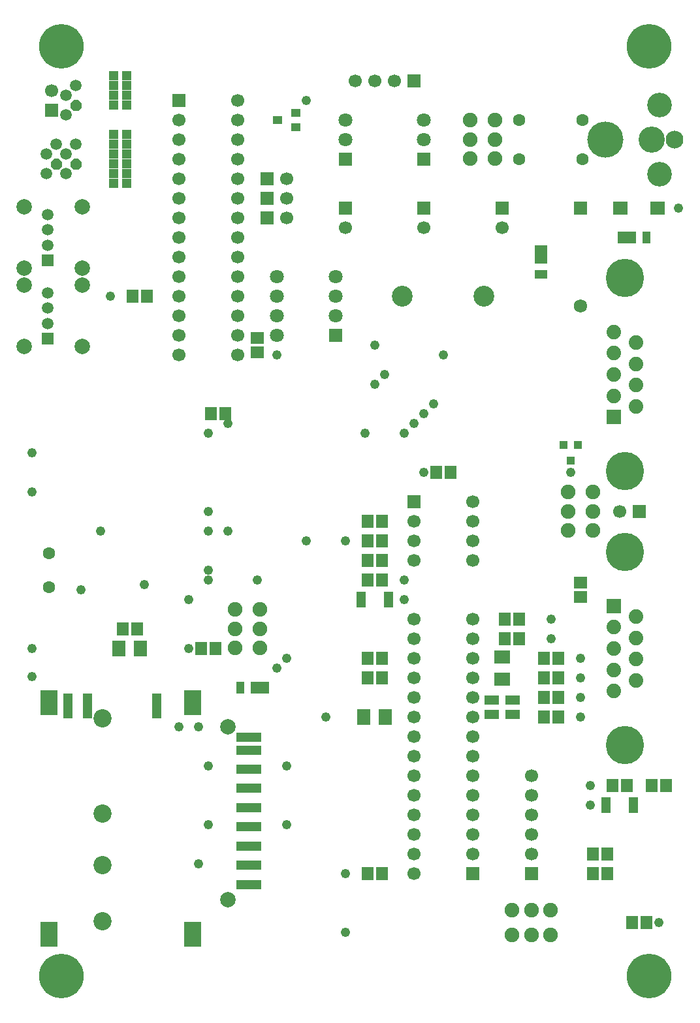
<source format=gbr>
G04 DipTrace 2.1.0.5*
%INTop Mask.gbr*%
%MOIN*%
%ADD10C,0.0098*%
%ADD11C,0.0055*%
%ADD12C,0.003*%
%ADD13C,0.05*%
%ADD14C,0.025*%
%ADD15C,0.0125*%
%ADD16C,0.02*%
%ADD17C,0.1*%
%ADD18C,0.01*%
%ADD19C,0.0013*%
%ADD20C,0.15*%
%ADD21C,0.0039*%
%ADD22R,0.0591X0.0591*%
%ADD23C,0.0591*%
%ADD24R,0.0512X0.0591*%
%ADD25R,0.0591X0.0512*%
%ADD26R,0.063X0.0709*%
%ADD27C,0.0984*%
%ADD28R,0.0665X0.0665*%
%ADD29C,0.0665*%
%ADD30C,0.1874*%
%ADD31R,0.0394X0.0748*%
%ADD32R,0.0866X0.0551*%
%ADD33R,0.0354X0.0551*%
%ADD34C,0.0591*%
%ADD35C,0.0512*%
%ADD36R,0.0886X0.0197*%
%ADD37R,0.1378X0.0807*%
%ADD38R,0.1535X0.0807*%
%ADD39C,0.0551*%
%ADD40R,0.1181X0.0433*%
%ADD41R,0.0787X0.1181*%
%ADD42R,0.0394X0.1181*%
%ADD43C,0.0709*%
%ADD44R,0.165X0.0701*%
%ADD45R,0.1732X0.1358*%
%ADD46C,0.085*%
%ADD47C,0.0079*%
%ADD48R,0.063X0.063*%
%ADD49C,0.063*%
%ADD50C,0.22*%
%ADD51R,0.0374X0.0354*%
%ADD52R,0.0433X0.0394*%
%ADD53C,0.06*%
%ADD54R,0.0512X0.0512*%
%ADD55C,0.0709*%
%ADD56R,0.0748X0.0591*%
%ADD57C,0.063*%
%ADD58C,0.0669*%
%ADD59R,0.0315X0.0512*%
%ADD60R,0.0512X0.0315*%
%ADD61R,0.0512X0.0236*%
%ADD62C,0.0142*%
%ADD63R,0.0315X0.0217*%
%ADD64R,0.0138X0.0571*%
%ADD65R,0.0315X0.0354*%
%ADD66R,0.0669X0.0598*%
%ADD67C,0.0827*%
%ADD68C,0.1181*%
%ADD69C,0.126*%
%ADD70C,0.1772*%
%ADD71R,0.0669X0.0394*%
%ADD72C,0.04*%
%ADD73C,0.0191*%
%ADD74C,0.0394*%
%ADD75C,0.0429*%
%ADD76C,0.1283*%
%ADD77C,0.0354*%
%ADD78C,0.0469*%
%ADD79C,0.13*%
%ADD80C,0.038*%
%ADD81C,0.0315*%
%ADD82C,0.0276*%
%ADD83C,0.0906*%
%ADD84C,0.1181*%
%ADD85C,0.0479*%
%ADD86C,0.0321*%
%ADD87R,0.0748X0.0472*%
%ADD88R,0.0591X0.0315*%
%ADD89C,0.185*%
%ADD90C,0.1693*%
%ADD91C,0.1339*%
%ADD92C,0.1102*%
%ADD93C,0.0906*%
%ADD94C,0.0748*%
%ADD95R,0.0748X0.0677*%
%ADD96R,0.0591X0.052*%
%ADD97R,0.0394X0.0433*%
%ADD98R,0.0236X0.0276*%
%ADD99R,0.0217X0.065*%
%ADD100R,0.0059X0.0492*%
%ADD101R,0.0394X0.0295*%
%ADD102R,0.0236X0.0138*%
%ADD103R,0.0433X0.0157*%
%ADD104R,0.0591X0.0394*%
%ADD105R,0.0433X0.0236*%
%ADD106R,0.0394X0.0591*%
%ADD107R,0.0236X0.0433*%
%ADD108C,0.0748*%
%ADD109C,0.0551*%
%ADD110R,0.0827X0.0669*%
%ADD111R,0.0669X0.0512*%
%ADD112C,0.0787*%
%ADD113R,0.0433X0.0433*%
%ADD114C,0.0679*%
%ADD115C,0.0521*%
%ADD116R,0.0512X0.0472*%
%ADD117R,0.0354X0.0315*%
%ADD118R,0.0453X0.0433*%
%ADD119R,0.0295X0.0276*%
%ADD120C,0.2279*%
%ADD121C,0.2121*%
%ADD122R,0.0709X0.0709*%
%ADD123R,0.0551X0.0551*%
%ADD124C,0.0929*%
%ADD125C,0.0772*%
%ADD126R,0.1811X0.1437*%
%ADD127R,0.1654X0.128*%
%ADD128R,0.1728X0.078*%
%ADD129R,0.1571X0.0622*%
%ADD130C,0.0787*%
%ADD131R,0.0472X0.126*%
%ADD132R,0.0315X0.1102*%
%ADD133R,0.0866X0.126*%
%ADD134R,0.0709X0.1102*%
%ADD135R,0.126X0.0512*%
%ADD136R,0.1102X0.0354*%
%ADD137C,0.0472*%
%ADD138R,0.1614X0.0886*%
%ADD139R,0.1457X0.0728*%
%ADD140R,0.1457X0.0886*%
%ADD141R,0.1299X0.0728*%
%ADD142R,0.0965X0.0276*%
%ADD143R,0.0807X0.0118*%
%ADD144C,0.0433*%
%ADD145C,0.0669*%
%ADD146C,0.0512*%
%ADD147R,0.0433X0.063*%
%ADD148R,0.0276X0.0472*%
%ADD149R,0.0945X0.063*%
%ADD150R,0.0787X0.0472*%
%ADD151R,0.0472X0.0827*%
%ADD152R,0.0315X0.0669*%
%ADD153C,0.1953*%
%ADD154C,0.1795*%
%ADD155C,0.0744*%
%ADD156C,0.0587*%
%ADD157R,0.0744X0.0744*%
%ADD158R,0.0587X0.0587*%
%ADD159C,0.1063*%
%ADD160R,0.0709X0.0787*%
%ADD161R,0.0551X0.063*%
%ADD162R,0.0669X0.0591*%
%ADD163R,0.0512X0.0433*%
%ADD164R,0.0591X0.0669*%
%ADD165R,0.0433X0.0512*%
%ADD166R,0.0669X0.0669*%
%ADD167C,0.0093*%
%ADD168C,0.0077*%
%ADD169C,0.0154*%
%ADD170C,0.0124*%
%FSLAX44Y44*%
%SFA1B1*%
%OFA0B0*%
G04*
G70*
G90*
G75*
G01*
%LNTopMask*%
%LPD*%
D85*
X10000Y24000D3*
Y21500D3*
X12500D3*
X9500Y7000D3*
X1000Y16567D3*
Y28000D3*
Y18000D3*
Y26000D3*
X4500Y24000D3*
X9000Y20500D3*
X10000Y29000D3*
X4500Y24000D3*
X11000D3*
X9000Y20500D3*
X18000Y29000D3*
X22000Y33000D3*
X17000Y23500D3*
X15000D3*
X29000Y17500D3*
Y16500D3*
Y15500D3*
Y14500D3*
X16000D3*
X5000Y36000D3*
X34000Y40500D3*
X28500Y27000D3*
X20000Y21500D3*
Y20500D3*
X21000Y27000D3*
X14000Y9000D3*
X17000Y6500D3*
X14000Y12000D3*
X10000D3*
Y9000D3*
X17000Y3500D3*
Y6500D3*
X15000Y46000D3*
X9000Y18000D3*
X29500Y10000D3*
Y11000D3*
X27500Y18500D3*
Y19500D3*
X13500Y33000D3*
X33000Y4000D3*
X20000Y29000D3*
X3500Y21000D3*
X10000Y25000D3*
Y22000D3*
X21500Y30500D3*
X18500Y33500D3*
X11000Y29500D3*
X6750Y21250D3*
X11000Y29500D3*
X20500D3*
X18500Y31500D3*
X8500Y14000D3*
X13500Y17000D3*
X9500Y14000D3*
X14000Y17500D3*
X21000Y30000D3*
X19000Y32000D3*
D166*
X17000Y40492D3*
D58*
Y39508D3*
D166*
X21000Y40492D3*
D58*
Y39508D3*
D166*
X25000Y40492D3*
D58*
Y39508D3*
D164*
X27874Y16500D3*
X27126D3*
X27874Y17500D3*
X27126D3*
X32374Y4000D3*
X31626D3*
X5626Y19000D3*
X6374D3*
X27874Y14500D3*
X27126D3*
X27874Y15500D3*
X27126D3*
X18126Y6500D3*
X18874D3*
X25874Y18500D3*
X25126D3*
D160*
X17949Y14500D3*
X19051D3*
D164*
X25874Y19500D3*
X25126D3*
D162*
X12500Y33126D3*
Y33874D3*
D164*
X6126Y36000D3*
X6874D3*
D159*
X24087D3*
X19913D3*
D160*
X5449Y18000D3*
X6551D3*
D157*
X30711Y20181D3*
D155*
Y19091D3*
Y18000D3*
Y16909D3*
Y15819D3*
X31829Y19636D3*
Y18545D3*
Y17455D3*
Y16364D3*
D153*
X31270Y22919D3*
Y13081D3*
D157*
X30711Y29819D3*
D155*
Y30909D3*
Y32000D3*
Y33091D3*
Y34181D3*
X31829Y30364D3*
Y31455D3*
Y32545D3*
Y33636D3*
D153*
X31270Y36919D3*
Y27081D3*
D151*
X19209Y20500D3*
X17791D3*
X30291Y10000D3*
X31709D3*
D149*
X12630Y16000D3*
D147*
X11626D3*
G36*
X26685Y37657D2*
Y38602D1*
X27315D1*
Y37657D1*
X26685D1*
G37*
G36*
Y36909D2*
Y37343D1*
X27315D1*
Y36909D1*
X26685D1*
G37*
D149*
X31370Y39000D3*
D147*
X32374D3*
D166*
X2000Y45500D3*
D145*
Y46500D3*
D23*
X2750Y45250D3*
G36*
X3526Y45865D2*
Y45636D1*
X3364Y45475D1*
X3136D1*
X2974Y45636D1*
Y45865D1*
X3136Y46026D1*
X3364D1*
X3526Y45865D1*
G37*
D23*
X2750Y46250D3*
X3250Y46750D3*
X2750Y42250D3*
G36*
X3526Y42865D2*
Y42636D1*
X3364Y42475D1*
X3136D1*
X2974Y42636D1*
Y42865D1*
X3136Y43026D1*
X3364D1*
X3526Y42865D1*
G37*
D23*
X2750Y43250D3*
X3250Y43750D3*
X1750Y42250D3*
G36*
X2526Y42865D2*
Y42636D1*
X2364Y42475D1*
X2136D1*
X1974Y42636D1*
Y42865D1*
X2136Y43026D1*
X2364D1*
X2526Y42865D1*
G37*
D23*
X1750Y43250D3*
X2250Y43750D3*
D49*
X1875Y21134D3*
Y22866D3*
D135*
X12063Y13469D3*
Y12799D3*
Y11844D3*
Y10860D3*
Y9876D3*
Y8892D3*
Y7907D3*
Y6923D3*
Y5939D3*
D133*
X9209Y15220D3*
Y3409D3*
D131*
X7378Y15063D3*
X3854D3*
X2831D3*
D133*
X1866Y15220D3*
Y3409D3*
D130*
X11000Y14000D3*
Y5181D3*
D124*
X4602Y6949D3*
Y4051D3*
Y14449D3*
Y9551D3*
D166*
X13000Y40000D3*
D58*
X14000D3*
D166*
X26500Y6500D3*
D58*
Y7500D3*
Y8500D3*
Y9500D3*
Y10500D3*
Y11500D3*
D166*
X13000Y41000D3*
D58*
X14000D3*
D166*
X13000Y42000D3*
D58*
X14000D3*
D122*
X21000Y43000D3*
D43*
Y44000D3*
Y45000D3*
D122*
X17000Y43000D3*
D43*
Y44000D3*
Y45000D3*
D166*
X20500Y25500D3*
D145*
Y24500D3*
Y23500D3*
Y22500D3*
X23500D3*
Y23500D3*
Y24500D3*
Y25500D3*
D120*
X2500Y1250D3*
X32500D3*
X2500Y48750D3*
X32500D3*
D118*
X14463Y44626D3*
Y45374D3*
X13537Y45000D3*
D164*
X18874Y22500D3*
X18126D3*
Y21500D3*
X18874D3*
X18126Y16500D3*
X18874D3*
D162*
X29000Y20626D3*
Y21374D3*
D116*
X5165Y47250D3*
X5835D3*
D114*
X29000Y35500D3*
G36*
X29339Y40839D2*
Y40161D1*
X28661D1*
Y40839D1*
X29339D1*
G37*
D116*
X5835Y43250D3*
X5165D3*
X5835Y45750D3*
X5165D3*
D164*
X29626Y7500D3*
X30374D3*
X18126Y17500D3*
X18874D3*
X32626Y11000D3*
X33374D3*
X30626D3*
X31374D3*
D116*
X5835Y43750D3*
X5165D3*
X5835Y44250D3*
X5165D3*
X5835Y42750D3*
X5165D3*
X5835Y46250D3*
X5165D3*
X5835Y46750D3*
X5165D3*
X5835Y42250D3*
X5165D3*
X5835Y41750D3*
X5165D3*
D164*
X18874Y24500D3*
X18126D3*
X18874Y23500D3*
X18126D3*
X9626Y18000D3*
X10374D3*
X10126Y30000D3*
X10874D3*
X21626Y27000D3*
X22374D3*
X30374Y6500D3*
X29626D3*
D23*
X1800Y40181D3*
Y39394D3*
Y38606D3*
D22*
Y37819D3*
D112*
X619Y40575D3*
X3572D3*
X619Y37425D3*
X3572D3*
D23*
X1800Y36181D3*
Y35394D3*
Y34606D3*
D22*
Y33819D3*
D112*
X619Y36575D3*
X3572D3*
X619Y33425D3*
X3572D3*
D110*
X25000Y16429D3*
Y17571D3*
D122*
X16500Y34000D3*
D55*
Y35000D3*
Y36000D3*
Y37000D3*
X13500D3*
Y36000D3*
Y35000D3*
Y34000D3*
D108*
X24630Y44984D3*
Y44000D3*
Y43016D3*
X23370D3*
Y44000D3*
Y44984D3*
D166*
X32000Y25000D3*
D145*
X31000D3*
D108*
X11370Y18016D3*
Y19000D3*
Y19984D3*
X12630D3*
Y19000D3*
Y18016D3*
D166*
X23500Y6500D3*
D145*
Y7500D3*
Y8500D3*
Y9500D3*
Y10500D3*
Y11500D3*
Y12500D3*
Y13500D3*
Y14500D3*
Y15500D3*
Y16500D3*
Y17500D3*
Y18500D3*
Y19500D3*
X20500D3*
Y18500D3*
Y17500D3*
Y16500D3*
Y15500D3*
Y14500D3*
Y13500D3*
Y12500D3*
Y11500D3*
Y10500D3*
Y9500D3*
Y8500D3*
Y7500D3*
Y6500D3*
D97*
X28500Y27606D3*
X28874Y28394D3*
X28126D3*
D166*
X8500Y46000D3*
D145*
Y45000D3*
Y44000D3*
Y43000D3*
Y42000D3*
Y41000D3*
Y40000D3*
Y39000D3*
Y38000D3*
Y37000D3*
Y36000D3*
Y35000D3*
Y34000D3*
Y33000D3*
X11500D3*
Y34000D3*
Y35000D3*
Y36000D3*
Y37000D3*
Y38000D3*
Y39000D3*
Y40000D3*
Y41000D3*
Y42000D3*
Y43000D3*
Y44000D3*
Y45000D3*
Y46000D3*
D95*
X31055Y40500D3*
X32945D3*
D108*
X28370Y24016D3*
Y25000D3*
Y25984D3*
X29630D3*
Y25000D3*
Y24016D3*
D49*
X25886Y42996D3*
Y45004D3*
X29114Y42996D3*
Y45004D3*
D93*
X33819Y44000D3*
D69*
X33031Y45772D3*
Y42228D3*
D91*
X32638Y44000D3*
D89*
X30276D3*
D166*
X20500Y47000D3*
D145*
X19500D3*
X18500D3*
X17500D3*
D108*
X27484Y3370D3*
X26500D3*
X25516D3*
Y4630D3*
X26500D3*
X27484D3*
D87*
X24469Y14646D3*
X25531D3*
Y15354D3*
X24469D3*
M02*

</source>
